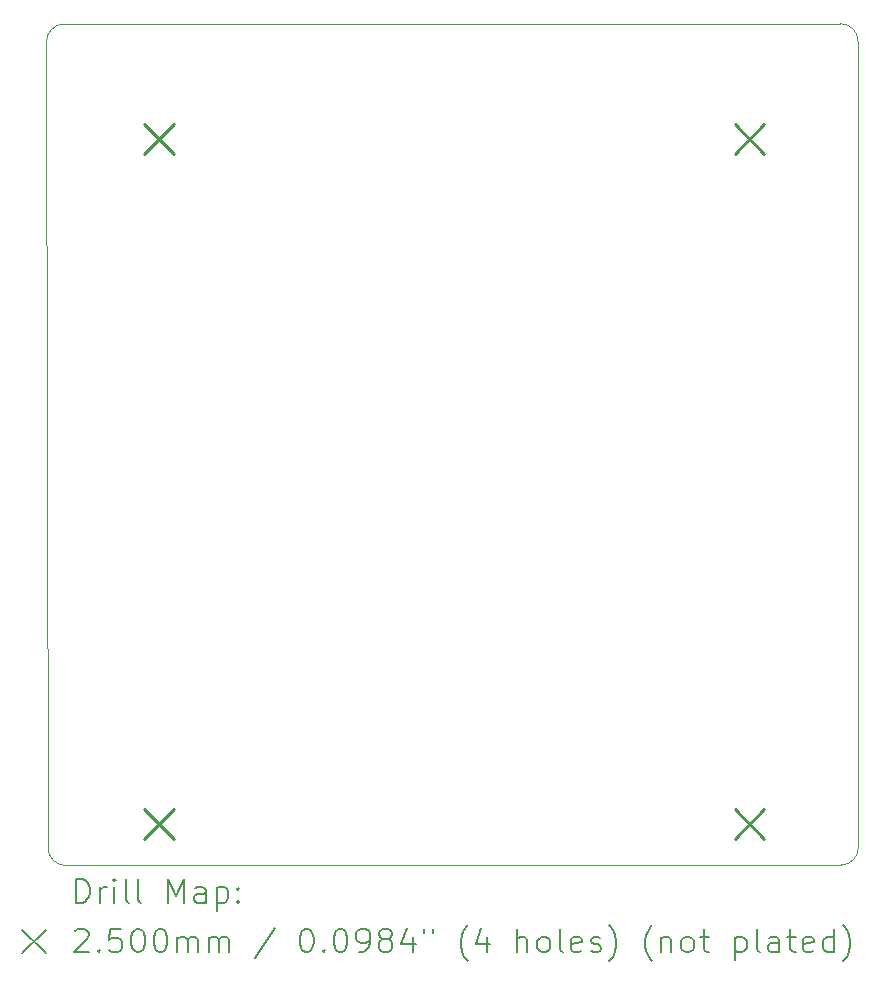
<source format=gbr>
%TF.GenerationSoftware,KiCad,Pcbnew,6.0.8-f2edbf62ab~116~ubuntu22.04.1*%
%TF.CreationDate,2022-11-20T23:04:18-05:00*%
%TF.ProjectId,Pi_HAT_Simple_V3,50695f48-4154-45f5-9369-6d706c655f56,rev?*%
%TF.SameCoordinates,Original*%
%TF.FileFunction,Drillmap*%
%TF.FilePolarity,Positive*%
%FSLAX45Y45*%
G04 Gerber Fmt 4.5, Leading zero omitted, Abs format (unit mm)*
G04 Created by KiCad (PCBNEW 6.0.8-f2edbf62ab~116~ubuntu22.04.1) date 2022-11-20 23:04:18*
%MOMM*%
%LPD*%
G01*
G04 APERTURE LIST*
%ADD10C,0.100000*%
%ADD11C,0.200000*%
%ADD12C,0.250000*%
G04 APERTURE END LIST*
D10*
X9446066Y-6476250D02*
X16019283Y-6472408D01*
X9446066Y-6476246D02*
G75*
G03*
X9296066Y-6626250I4J-150004D01*
G01*
X9310000Y-13450000D02*
X9296066Y-6626250D01*
X16020717Y-13597592D02*
G75*
G03*
X16170717Y-13447592I-4J150004D01*
G01*
X16169283Y-6622408D02*
X16170717Y-13447592D01*
X9310000Y-13450000D02*
G75*
G03*
X9460000Y-13600000I150000J0D01*
G01*
X16169283Y-6622408D02*
G75*
G03*
X16019283Y-6472408I-150000J0D01*
G01*
X16020717Y-13597592D02*
X9460000Y-13600000D01*
D11*
D12*
X10125000Y-7325000D02*
X10375000Y-7575000D01*
X10375000Y-7325000D02*
X10125000Y-7575000D01*
X10125000Y-13125000D02*
X10375000Y-13375000D01*
X10375000Y-13125000D02*
X10125000Y-13375000D01*
X15125000Y-7325000D02*
X15375000Y-7575000D01*
X15375000Y-7325000D02*
X15125000Y-7575000D01*
X15125000Y-13125000D02*
X15375000Y-13375000D01*
X15375000Y-13125000D02*
X15125000Y-13375000D01*
D11*
X9548685Y-13915476D02*
X9548685Y-13715476D01*
X9596304Y-13715476D01*
X9624876Y-13725000D01*
X9643923Y-13744048D01*
X9653447Y-13763095D01*
X9662971Y-13801190D01*
X9662971Y-13829762D01*
X9653447Y-13867857D01*
X9643923Y-13886905D01*
X9624876Y-13905952D01*
X9596304Y-13915476D01*
X9548685Y-13915476D01*
X9748685Y-13915476D02*
X9748685Y-13782143D01*
X9748685Y-13820238D02*
X9758209Y-13801190D01*
X9767733Y-13791667D01*
X9786780Y-13782143D01*
X9805828Y-13782143D01*
X9872495Y-13915476D02*
X9872495Y-13782143D01*
X9872495Y-13715476D02*
X9862971Y-13725000D01*
X9872495Y-13734524D01*
X9882018Y-13725000D01*
X9872495Y-13715476D01*
X9872495Y-13734524D01*
X9996304Y-13915476D02*
X9977256Y-13905952D01*
X9967733Y-13886905D01*
X9967733Y-13715476D01*
X10101066Y-13915476D02*
X10082018Y-13905952D01*
X10072495Y-13886905D01*
X10072495Y-13715476D01*
X10329637Y-13915476D02*
X10329637Y-13715476D01*
X10396304Y-13858333D01*
X10462971Y-13715476D01*
X10462971Y-13915476D01*
X10643923Y-13915476D02*
X10643923Y-13810714D01*
X10634399Y-13791667D01*
X10615352Y-13782143D01*
X10577256Y-13782143D01*
X10558209Y-13791667D01*
X10643923Y-13905952D02*
X10624876Y-13915476D01*
X10577256Y-13915476D01*
X10558209Y-13905952D01*
X10548685Y-13886905D01*
X10548685Y-13867857D01*
X10558209Y-13848809D01*
X10577256Y-13839286D01*
X10624876Y-13839286D01*
X10643923Y-13829762D01*
X10739161Y-13782143D02*
X10739161Y-13982143D01*
X10739161Y-13791667D02*
X10758209Y-13782143D01*
X10796304Y-13782143D01*
X10815352Y-13791667D01*
X10824876Y-13801190D01*
X10834399Y-13820238D01*
X10834399Y-13877381D01*
X10824876Y-13896428D01*
X10815352Y-13905952D01*
X10796304Y-13915476D01*
X10758209Y-13915476D01*
X10739161Y-13905952D01*
X10920114Y-13896428D02*
X10929637Y-13905952D01*
X10920114Y-13915476D01*
X10910590Y-13905952D01*
X10920114Y-13896428D01*
X10920114Y-13915476D01*
X10920114Y-13791667D02*
X10929637Y-13801190D01*
X10920114Y-13810714D01*
X10910590Y-13801190D01*
X10920114Y-13791667D01*
X10920114Y-13810714D01*
X9091066Y-14145000D02*
X9291066Y-14345000D01*
X9291066Y-14145000D02*
X9091066Y-14345000D01*
X9539161Y-14154524D02*
X9548685Y-14145000D01*
X9567733Y-14135476D01*
X9615352Y-14135476D01*
X9634399Y-14145000D01*
X9643923Y-14154524D01*
X9653447Y-14173571D01*
X9653447Y-14192619D01*
X9643923Y-14221190D01*
X9529637Y-14335476D01*
X9653447Y-14335476D01*
X9739161Y-14316428D02*
X9748685Y-14325952D01*
X9739161Y-14335476D01*
X9729637Y-14325952D01*
X9739161Y-14316428D01*
X9739161Y-14335476D01*
X9929637Y-14135476D02*
X9834399Y-14135476D01*
X9824876Y-14230714D01*
X9834399Y-14221190D01*
X9853447Y-14211667D01*
X9901066Y-14211667D01*
X9920114Y-14221190D01*
X9929637Y-14230714D01*
X9939161Y-14249762D01*
X9939161Y-14297381D01*
X9929637Y-14316428D01*
X9920114Y-14325952D01*
X9901066Y-14335476D01*
X9853447Y-14335476D01*
X9834399Y-14325952D01*
X9824876Y-14316428D01*
X10062971Y-14135476D02*
X10082018Y-14135476D01*
X10101066Y-14145000D01*
X10110590Y-14154524D01*
X10120114Y-14173571D01*
X10129637Y-14211667D01*
X10129637Y-14259286D01*
X10120114Y-14297381D01*
X10110590Y-14316428D01*
X10101066Y-14325952D01*
X10082018Y-14335476D01*
X10062971Y-14335476D01*
X10043923Y-14325952D01*
X10034399Y-14316428D01*
X10024876Y-14297381D01*
X10015352Y-14259286D01*
X10015352Y-14211667D01*
X10024876Y-14173571D01*
X10034399Y-14154524D01*
X10043923Y-14145000D01*
X10062971Y-14135476D01*
X10253447Y-14135476D02*
X10272495Y-14135476D01*
X10291542Y-14145000D01*
X10301066Y-14154524D01*
X10310590Y-14173571D01*
X10320114Y-14211667D01*
X10320114Y-14259286D01*
X10310590Y-14297381D01*
X10301066Y-14316428D01*
X10291542Y-14325952D01*
X10272495Y-14335476D01*
X10253447Y-14335476D01*
X10234399Y-14325952D01*
X10224876Y-14316428D01*
X10215352Y-14297381D01*
X10205828Y-14259286D01*
X10205828Y-14211667D01*
X10215352Y-14173571D01*
X10224876Y-14154524D01*
X10234399Y-14145000D01*
X10253447Y-14135476D01*
X10405828Y-14335476D02*
X10405828Y-14202143D01*
X10405828Y-14221190D02*
X10415352Y-14211667D01*
X10434399Y-14202143D01*
X10462971Y-14202143D01*
X10482018Y-14211667D01*
X10491542Y-14230714D01*
X10491542Y-14335476D01*
X10491542Y-14230714D02*
X10501066Y-14211667D01*
X10520114Y-14202143D01*
X10548685Y-14202143D01*
X10567733Y-14211667D01*
X10577256Y-14230714D01*
X10577256Y-14335476D01*
X10672495Y-14335476D02*
X10672495Y-14202143D01*
X10672495Y-14221190D02*
X10682018Y-14211667D01*
X10701066Y-14202143D01*
X10729637Y-14202143D01*
X10748685Y-14211667D01*
X10758209Y-14230714D01*
X10758209Y-14335476D01*
X10758209Y-14230714D02*
X10767733Y-14211667D01*
X10786780Y-14202143D01*
X10815352Y-14202143D01*
X10834399Y-14211667D01*
X10843923Y-14230714D01*
X10843923Y-14335476D01*
X11234399Y-14125952D02*
X11062971Y-14383095D01*
X11491542Y-14135476D02*
X11510590Y-14135476D01*
X11529637Y-14145000D01*
X11539161Y-14154524D01*
X11548685Y-14173571D01*
X11558209Y-14211667D01*
X11558209Y-14259286D01*
X11548685Y-14297381D01*
X11539161Y-14316428D01*
X11529637Y-14325952D01*
X11510590Y-14335476D01*
X11491542Y-14335476D01*
X11472494Y-14325952D01*
X11462971Y-14316428D01*
X11453447Y-14297381D01*
X11443923Y-14259286D01*
X11443923Y-14211667D01*
X11453447Y-14173571D01*
X11462971Y-14154524D01*
X11472494Y-14145000D01*
X11491542Y-14135476D01*
X11643923Y-14316428D02*
X11653447Y-14325952D01*
X11643923Y-14335476D01*
X11634399Y-14325952D01*
X11643923Y-14316428D01*
X11643923Y-14335476D01*
X11777256Y-14135476D02*
X11796304Y-14135476D01*
X11815352Y-14145000D01*
X11824875Y-14154524D01*
X11834399Y-14173571D01*
X11843923Y-14211667D01*
X11843923Y-14259286D01*
X11834399Y-14297381D01*
X11824875Y-14316428D01*
X11815352Y-14325952D01*
X11796304Y-14335476D01*
X11777256Y-14335476D01*
X11758209Y-14325952D01*
X11748685Y-14316428D01*
X11739161Y-14297381D01*
X11729637Y-14259286D01*
X11729637Y-14211667D01*
X11739161Y-14173571D01*
X11748685Y-14154524D01*
X11758209Y-14145000D01*
X11777256Y-14135476D01*
X11939161Y-14335476D02*
X11977256Y-14335476D01*
X11996304Y-14325952D01*
X12005828Y-14316428D01*
X12024875Y-14287857D01*
X12034399Y-14249762D01*
X12034399Y-14173571D01*
X12024875Y-14154524D01*
X12015352Y-14145000D01*
X11996304Y-14135476D01*
X11958209Y-14135476D01*
X11939161Y-14145000D01*
X11929637Y-14154524D01*
X11920114Y-14173571D01*
X11920114Y-14221190D01*
X11929637Y-14240238D01*
X11939161Y-14249762D01*
X11958209Y-14259286D01*
X11996304Y-14259286D01*
X12015352Y-14249762D01*
X12024875Y-14240238D01*
X12034399Y-14221190D01*
X12148685Y-14221190D02*
X12129637Y-14211667D01*
X12120114Y-14202143D01*
X12110590Y-14183095D01*
X12110590Y-14173571D01*
X12120114Y-14154524D01*
X12129637Y-14145000D01*
X12148685Y-14135476D01*
X12186780Y-14135476D01*
X12205828Y-14145000D01*
X12215352Y-14154524D01*
X12224875Y-14173571D01*
X12224875Y-14183095D01*
X12215352Y-14202143D01*
X12205828Y-14211667D01*
X12186780Y-14221190D01*
X12148685Y-14221190D01*
X12129637Y-14230714D01*
X12120114Y-14240238D01*
X12110590Y-14259286D01*
X12110590Y-14297381D01*
X12120114Y-14316428D01*
X12129637Y-14325952D01*
X12148685Y-14335476D01*
X12186780Y-14335476D01*
X12205828Y-14325952D01*
X12215352Y-14316428D01*
X12224875Y-14297381D01*
X12224875Y-14259286D01*
X12215352Y-14240238D01*
X12205828Y-14230714D01*
X12186780Y-14221190D01*
X12396304Y-14202143D02*
X12396304Y-14335476D01*
X12348685Y-14125952D02*
X12301066Y-14268809D01*
X12424875Y-14268809D01*
X12491542Y-14135476D02*
X12491542Y-14173571D01*
X12567733Y-14135476D02*
X12567733Y-14173571D01*
X12862971Y-14411667D02*
X12853447Y-14402143D01*
X12834399Y-14373571D01*
X12824875Y-14354524D01*
X12815352Y-14325952D01*
X12805828Y-14278333D01*
X12805828Y-14240238D01*
X12815352Y-14192619D01*
X12824875Y-14164048D01*
X12834399Y-14145000D01*
X12853447Y-14116428D01*
X12862971Y-14106905D01*
X13024875Y-14202143D02*
X13024875Y-14335476D01*
X12977256Y-14125952D02*
X12929637Y-14268809D01*
X13053447Y-14268809D01*
X13282018Y-14335476D02*
X13282018Y-14135476D01*
X13367733Y-14335476D02*
X13367733Y-14230714D01*
X13358209Y-14211667D01*
X13339161Y-14202143D01*
X13310590Y-14202143D01*
X13291542Y-14211667D01*
X13282018Y-14221190D01*
X13491542Y-14335476D02*
X13472494Y-14325952D01*
X13462971Y-14316428D01*
X13453447Y-14297381D01*
X13453447Y-14240238D01*
X13462971Y-14221190D01*
X13472494Y-14211667D01*
X13491542Y-14202143D01*
X13520114Y-14202143D01*
X13539161Y-14211667D01*
X13548685Y-14221190D01*
X13558209Y-14240238D01*
X13558209Y-14297381D01*
X13548685Y-14316428D01*
X13539161Y-14325952D01*
X13520114Y-14335476D01*
X13491542Y-14335476D01*
X13672494Y-14335476D02*
X13653447Y-14325952D01*
X13643923Y-14306905D01*
X13643923Y-14135476D01*
X13824875Y-14325952D02*
X13805828Y-14335476D01*
X13767733Y-14335476D01*
X13748685Y-14325952D01*
X13739161Y-14306905D01*
X13739161Y-14230714D01*
X13748685Y-14211667D01*
X13767733Y-14202143D01*
X13805828Y-14202143D01*
X13824875Y-14211667D01*
X13834399Y-14230714D01*
X13834399Y-14249762D01*
X13739161Y-14268809D01*
X13910590Y-14325952D02*
X13929637Y-14335476D01*
X13967733Y-14335476D01*
X13986780Y-14325952D01*
X13996304Y-14306905D01*
X13996304Y-14297381D01*
X13986780Y-14278333D01*
X13967733Y-14268809D01*
X13939161Y-14268809D01*
X13920114Y-14259286D01*
X13910590Y-14240238D01*
X13910590Y-14230714D01*
X13920114Y-14211667D01*
X13939161Y-14202143D01*
X13967733Y-14202143D01*
X13986780Y-14211667D01*
X14062971Y-14411667D02*
X14072494Y-14402143D01*
X14091542Y-14373571D01*
X14101066Y-14354524D01*
X14110590Y-14325952D01*
X14120114Y-14278333D01*
X14120114Y-14240238D01*
X14110590Y-14192619D01*
X14101066Y-14164048D01*
X14091542Y-14145000D01*
X14072494Y-14116428D01*
X14062971Y-14106905D01*
X14424875Y-14411667D02*
X14415352Y-14402143D01*
X14396304Y-14373571D01*
X14386780Y-14354524D01*
X14377256Y-14325952D01*
X14367733Y-14278333D01*
X14367733Y-14240238D01*
X14377256Y-14192619D01*
X14386780Y-14164048D01*
X14396304Y-14145000D01*
X14415352Y-14116428D01*
X14424875Y-14106905D01*
X14501066Y-14202143D02*
X14501066Y-14335476D01*
X14501066Y-14221190D02*
X14510590Y-14211667D01*
X14529637Y-14202143D01*
X14558209Y-14202143D01*
X14577256Y-14211667D01*
X14586780Y-14230714D01*
X14586780Y-14335476D01*
X14710590Y-14335476D02*
X14691542Y-14325952D01*
X14682018Y-14316428D01*
X14672494Y-14297381D01*
X14672494Y-14240238D01*
X14682018Y-14221190D01*
X14691542Y-14211667D01*
X14710590Y-14202143D01*
X14739161Y-14202143D01*
X14758209Y-14211667D01*
X14767733Y-14221190D01*
X14777256Y-14240238D01*
X14777256Y-14297381D01*
X14767733Y-14316428D01*
X14758209Y-14325952D01*
X14739161Y-14335476D01*
X14710590Y-14335476D01*
X14834399Y-14202143D02*
X14910590Y-14202143D01*
X14862971Y-14135476D02*
X14862971Y-14306905D01*
X14872494Y-14325952D01*
X14891542Y-14335476D01*
X14910590Y-14335476D01*
X15129637Y-14202143D02*
X15129637Y-14402143D01*
X15129637Y-14211667D02*
X15148685Y-14202143D01*
X15186780Y-14202143D01*
X15205828Y-14211667D01*
X15215352Y-14221190D01*
X15224875Y-14240238D01*
X15224875Y-14297381D01*
X15215352Y-14316428D01*
X15205828Y-14325952D01*
X15186780Y-14335476D01*
X15148685Y-14335476D01*
X15129637Y-14325952D01*
X15339161Y-14335476D02*
X15320114Y-14325952D01*
X15310590Y-14306905D01*
X15310590Y-14135476D01*
X15501066Y-14335476D02*
X15501066Y-14230714D01*
X15491542Y-14211667D01*
X15472494Y-14202143D01*
X15434399Y-14202143D01*
X15415352Y-14211667D01*
X15501066Y-14325952D02*
X15482018Y-14335476D01*
X15434399Y-14335476D01*
X15415352Y-14325952D01*
X15405828Y-14306905D01*
X15405828Y-14287857D01*
X15415352Y-14268809D01*
X15434399Y-14259286D01*
X15482018Y-14259286D01*
X15501066Y-14249762D01*
X15567733Y-14202143D02*
X15643923Y-14202143D01*
X15596304Y-14135476D02*
X15596304Y-14306905D01*
X15605828Y-14325952D01*
X15624875Y-14335476D01*
X15643923Y-14335476D01*
X15786780Y-14325952D02*
X15767733Y-14335476D01*
X15729637Y-14335476D01*
X15710590Y-14325952D01*
X15701066Y-14306905D01*
X15701066Y-14230714D01*
X15710590Y-14211667D01*
X15729637Y-14202143D01*
X15767733Y-14202143D01*
X15786780Y-14211667D01*
X15796304Y-14230714D01*
X15796304Y-14249762D01*
X15701066Y-14268809D01*
X15967733Y-14335476D02*
X15967733Y-14135476D01*
X15967733Y-14325952D02*
X15948685Y-14335476D01*
X15910590Y-14335476D01*
X15891542Y-14325952D01*
X15882018Y-14316428D01*
X15872494Y-14297381D01*
X15872494Y-14240238D01*
X15882018Y-14221190D01*
X15891542Y-14211667D01*
X15910590Y-14202143D01*
X15948685Y-14202143D01*
X15967733Y-14211667D01*
X16043923Y-14411667D02*
X16053447Y-14402143D01*
X16072494Y-14373571D01*
X16082018Y-14354524D01*
X16091542Y-14325952D01*
X16101066Y-14278333D01*
X16101066Y-14240238D01*
X16091542Y-14192619D01*
X16082018Y-14164048D01*
X16072494Y-14145000D01*
X16053447Y-14116428D01*
X16043923Y-14106905D01*
M02*

</source>
